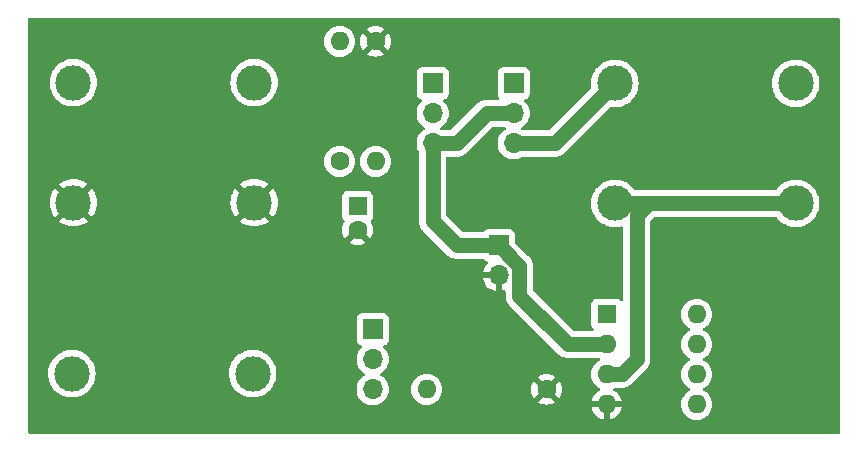
<source format=gbl>
%TF.GenerationSoftware,KiCad,Pcbnew,7.0.2-0*%
%TF.CreationDate,2023-07-09T16:01:25+01:00*%
%TF.ProjectId,jfet-matcher,6a666574-2d6d-4617-9463-6865722e6b69,rev?*%
%TF.SameCoordinates,Original*%
%TF.FileFunction,Copper,L2,Bot*%
%TF.FilePolarity,Positive*%
%FSLAX46Y46*%
G04 Gerber Fmt 4.6, Leading zero omitted, Abs format (unit mm)*
G04 Created by KiCad (PCBNEW 7.0.2-0) date 2023-07-09 16:01:25*
%MOMM*%
%LPD*%
G01*
G04 APERTURE LIST*
%TA.AperFunction,ComponentPad*%
%ADD10C,3.000000*%
%TD*%
%TA.AperFunction,ComponentPad*%
%ADD11C,1.600000*%
%TD*%
%TA.AperFunction,ComponentPad*%
%ADD12O,1.600000X1.600000*%
%TD*%
%TA.AperFunction,ComponentPad*%
%ADD13R,1.700000X1.700000*%
%TD*%
%TA.AperFunction,ComponentPad*%
%ADD14O,1.700000X1.700000*%
%TD*%
%TA.AperFunction,ComponentPad*%
%ADD15R,1.600000X1.600000*%
%TD*%
%TA.AperFunction,Conductor*%
%ADD16C,1.270000*%
%TD*%
G04 APERTURE END LIST*
D10*
%TO.P,J4,1*%
%TO.N,/VREF*%
X162246000Y-69342000D03*
X177546000Y-69342000D03*
%TD*%
%TO.P,J3,1*%
%TO.N,Net-(J6-Pin_3)*%
X162246000Y-59182000D03*
X177546000Y-59182000D03*
%TD*%
D11*
%TO.P,R3,1*%
%TO.N,GND*%
X156464000Y-85090000D03*
D12*
%TO.P,R3,2*%
%TO.N,Net-(J8-Pin_2)*%
X146304000Y-85090000D03*
%TD*%
D13*
%TO.P,J5,1,Pin_1*%
%TO.N,Net-(J5-Pin_1)*%
X152400000Y-72898000D03*
D14*
%TO.P,J5,2,Pin_2*%
%TO.N,GND*%
X152400000Y-75438000D03*
%TD*%
D13*
%TO.P,J8,1,Pin_1*%
%TO.N,VCC*%
X141732000Y-80010000D03*
D14*
%TO.P,J8,2,Pin_2*%
%TO.N,Net-(J8-Pin_2)*%
X141732000Y-82550000D03*
%TO.P,J8,3,Pin_3*%
X141732000Y-85090000D03*
%TD*%
D13*
%TO.P,J7,1,Pin_1*%
%TO.N,VCC*%
X146812000Y-59182000D03*
D14*
%TO.P,J7,2,Pin_2*%
%TO.N,Net-(J6-Pin_3)*%
X146812000Y-61722000D03*
%TO.P,J7,3,Pin_3*%
%TO.N,Net-(J5-Pin_1)*%
X146812000Y-64262000D03*
%TD*%
D10*
%TO.P,J1,1*%
%TO.N,VCC*%
X131698000Y-59131000D03*
X116398000Y-59131000D03*
%TD*%
D11*
%TO.P,R1,1*%
%TO.N,/VREF*%
X138938000Y-65786000D03*
D12*
%TO.P,R1,2*%
%TO.N,VCC*%
X138938000Y-55626000D03*
%TD*%
D10*
%TO.P,J9,1*%
%TO.N,Net-(J8-Pin_2)*%
X131572000Y-83769000D03*
X116272000Y-83769000D03*
%TD*%
D15*
%TO.P,C1,1*%
%TO.N,/VREF*%
X140462000Y-69596000D03*
D11*
%TO.P,C1,2*%
%TO.N,GND*%
X140462000Y-71596000D03*
%TD*%
D10*
%TO.P,J2,1*%
%TO.N,GND*%
X131698000Y-69291000D03*
X116398000Y-69291000D03*
%TD*%
D11*
%TO.P,R2,1*%
%TO.N,GND*%
X141986000Y-55626000D03*
D12*
%TO.P,R2,2*%
%TO.N,/VREF*%
X141986000Y-65786000D03*
%TD*%
D15*
%TO.P,U1,1,NULL*%
%TO.N,unconnected-(U1-NULL-Pad1)*%
X161544000Y-78740000D03*
D12*
%TO.P,U1,2,-*%
%TO.N,Net-(J5-Pin_1)*%
X161544000Y-81280000D03*
%TO.P,U1,3,+*%
%TO.N,/VREF*%
X161544000Y-83820000D03*
%TO.P,U1,4,V-*%
%TO.N,GND*%
X161544000Y-86360000D03*
%TO.P,U1,5,NULL*%
%TO.N,unconnected-(U1-NULL-Pad5)*%
X169164000Y-86360000D03*
%TO.P,U1,6*%
%TO.N,Net-(J6-Pin_3)*%
X169164000Y-83820000D03*
%TO.P,U1,7,V+*%
%TO.N,VCC*%
X169164000Y-81280000D03*
%TO.P,U1,8,NC*%
%TO.N,unconnected-(U1-NC-Pad8)*%
X169164000Y-78740000D03*
%TD*%
D13*
%TO.P,J6,1,Pin_1*%
%TO.N,VCC*%
X153670000Y-59182000D03*
D14*
%TO.P,J6,2,Pin_2*%
%TO.N,Net-(J5-Pin_1)*%
X153670000Y-61722000D03*
%TO.P,J6,3,Pin_3*%
%TO.N,Net-(J6-Pin_3)*%
X153670000Y-64262000D03*
%TD*%
D16*
%TO.N,/VREF*%
X165100000Y-69342000D02*
X177546000Y-69342000D01*
X164084000Y-70358000D02*
X165100000Y-69342000D01*
X162814000Y-83820000D02*
X164084000Y-82550000D01*
X164084000Y-82550000D02*
X164084000Y-70358000D01*
X161544000Y-83820000D02*
X162814000Y-83820000D01*
X162246000Y-69342000D02*
X165100000Y-69342000D01*
%TO.N,Net-(J6-Pin_3)*%
X153670000Y-64262000D02*
X157166000Y-64262000D01*
X157166000Y-64262000D02*
X162246000Y-59182000D01*
%TO.N,Net-(J5-Pin_1)*%
X158242000Y-81280000D02*
X161544000Y-81280000D01*
X146812000Y-64262000D02*
X146812000Y-70866000D01*
X148844000Y-64262000D02*
X151384000Y-61722000D01*
X146812000Y-64262000D02*
X148844000Y-64262000D01*
X152400000Y-72898000D02*
X154139000Y-74637000D01*
X148844000Y-72898000D02*
X152400000Y-72898000D01*
X151384000Y-61722000D02*
X153670000Y-61722000D01*
X146812000Y-70866000D02*
X148844000Y-72898000D01*
X154139000Y-77177000D02*
X158242000Y-81280000D01*
X154139000Y-74637000D02*
X154139000Y-77177000D01*
%TD*%
%TA.AperFunction,Conductor*%
%TO.N,GND*%
G36*
X181252539Y-53660185D02*
G01*
X181298294Y-53712989D01*
X181309500Y-53764500D01*
X181309500Y-88729500D01*
X181289815Y-88796539D01*
X181237011Y-88842294D01*
X181185500Y-88853500D01*
X112692500Y-88853500D01*
X112625461Y-88833815D01*
X112579706Y-88781011D01*
X112568500Y-88729500D01*
X112568500Y-83769000D01*
X114258807Y-83769000D01*
X114259096Y-83773225D01*
X114271862Y-83959866D01*
X114277558Y-84043130D01*
X114278419Y-84047277D01*
X114278421Y-84047286D01*
X114321114Y-84252732D01*
X114333462Y-84312153D01*
X114334880Y-84316144D01*
X114334883Y-84316153D01*
X114424056Y-84567061D01*
X114425477Y-84571058D01*
X114427424Y-84574816D01*
X114427426Y-84574820D01*
X114542235Y-84796391D01*
X114551889Y-84815023D01*
X114554335Y-84818488D01*
X114707898Y-85036039D01*
X114707902Y-85036044D01*
X114710343Y-85039502D01*
X114779493Y-85113543D01*
X114874385Y-85215148D01*
X114897889Y-85240314D01*
X115111031Y-85413718D01*
X115345800Y-85556484D01*
X115597823Y-85665953D01*
X115806825Y-85724512D01*
X115858324Y-85738942D01*
X115858326Y-85738942D01*
X115862404Y-85740085D01*
X116134615Y-85777500D01*
X116138852Y-85777500D01*
X116405148Y-85777500D01*
X116409385Y-85777500D01*
X116681596Y-85740085D01*
X116946177Y-85665953D01*
X117198200Y-85556484D01*
X117432969Y-85413718D01*
X117646111Y-85240314D01*
X117833657Y-85039502D01*
X117992111Y-84815023D01*
X118118523Y-84571058D01*
X118210538Y-84312153D01*
X118266442Y-84043130D01*
X118285193Y-83769000D01*
X129558807Y-83769000D01*
X129559096Y-83773225D01*
X129571862Y-83959866D01*
X129577558Y-84043130D01*
X129578419Y-84047277D01*
X129578421Y-84047286D01*
X129621114Y-84252732D01*
X129633462Y-84312153D01*
X129634880Y-84316144D01*
X129634883Y-84316153D01*
X129724056Y-84567061D01*
X129725477Y-84571058D01*
X129727424Y-84574816D01*
X129727426Y-84574820D01*
X129842235Y-84796391D01*
X129851889Y-84815023D01*
X129854335Y-84818488D01*
X130007898Y-85036039D01*
X130007902Y-85036044D01*
X130010343Y-85039502D01*
X130079493Y-85113543D01*
X130174385Y-85215148D01*
X130197889Y-85240314D01*
X130411031Y-85413718D01*
X130645800Y-85556484D01*
X130897823Y-85665953D01*
X131106825Y-85724512D01*
X131158324Y-85738942D01*
X131158326Y-85738942D01*
X131162404Y-85740085D01*
X131434615Y-85777500D01*
X131438852Y-85777500D01*
X131705148Y-85777500D01*
X131709385Y-85777500D01*
X131981596Y-85740085D01*
X132246177Y-85665953D01*
X132498200Y-85556484D01*
X132732969Y-85413718D01*
X132946111Y-85240314D01*
X133086495Y-85090000D01*
X140368843Y-85090000D01*
X140387435Y-85314363D01*
X140387435Y-85314366D01*
X140387436Y-85314368D01*
X140438420Y-85515700D01*
X140442705Y-85532618D01*
X140533138Y-85738788D01*
X140533140Y-85738791D01*
X140656278Y-85927268D01*
X140808760Y-86092906D01*
X140986424Y-86231189D01*
X141184426Y-86338342D01*
X141397365Y-86411444D01*
X141619431Y-86448500D01*
X141844569Y-86448500D01*
X142066635Y-86411444D01*
X142279574Y-86338342D01*
X142477576Y-86231189D01*
X142655240Y-86092906D01*
X142807722Y-85927268D01*
X142930860Y-85738791D01*
X143021296Y-85532616D01*
X143076564Y-85314368D01*
X143095156Y-85090000D01*
X143095156Y-85089999D01*
X144990501Y-85089999D01*
X145010456Y-85318084D01*
X145010457Y-85318087D01*
X145068934Y-85536326D01*
X145069717Y-85539246D01*
X145166474Y-85746744D01*
X145166476Y-85746746D01*
X145166477Y-85746749D01*
X145297802Y-85934300D01*
X145459700Y-86096198D01*
X145647251Y-86227523D01*
X145647254Y-86227524D01*
X145647255Y-86227525D01*
X145655113Y-86231189D01*
X145854757Y-86324284D01*
X146075913Y-86383543D01*
X146304000Y-86403498D01*
X146532087Y-86383543D01*
X146753243Y-86324284D01*
X146960749Y-86227523D01*
X147148300Y-86096198D01*
X147310198Y-85934300D01*
X147441523Y-85746749D01*
X147538284Y-85539243D01*
X147597543Y-85318087D01*
X147617498Y-85090000D01*
X147617498Y-85089999D01*
X155159033Y-85089999D01*
X155178858Y-85316602D01*
X155237733Y-85536326D01*
X155333866Y-85742484D01*
X155384972Y-85815471D01*
X155384973Y-85815472D01*
X156066045Y-85134399D01*
X156078835Y-85215148D01*
X156136359Y-85328045D01*
X156225955Y-85417641D01*
X156338852Y-85475165D01*
X156419599Y-85487953D01*
X155738526Y-86169025D01*
X155738526Y-86169026D01*
X155811515Y-86220133D01*
X156017673Y-86316266D01*
X156237397Y-86375141D01*
X156464000Y-86394966D01*
X156690602Y-86375141D01*
X156910326Y-86316266D01*
X157116480Y-86220134D01*
X157189472Y-86169025D01*
X156508401Y-85487953D01*
X156589148Y-85475165D01*
X156702045Y-85417641D01*
X156791641Y-85328045D01*
X156849165Y-85215148D01*
X156861953Y-85134400D01*
X157543025Y-85815472D01*
X157594134Y-85742480D01*
X157690266Y-85536326D01*
X157749141Y-85316602D01*
X157768966Y-85090000D01*
X157749141Y-84863397D01*
X157690266Y-84643673D01*
X157594133Y-84437515D01*
X157543025Y-84364526D01*
X156861953Y-85045598D01*
X156849165Y-84964852D01*
X156791641Y-84851955D01*
X156702045Y-84762359D01*
X156589148Y-84704835D01*
X156508400Y-84692046D01*
X157189472Y-84010974D01*
X157189471Y-84010972D01*
X157116484Y-83959866D01*
X156910326Y-83863733D01*
X156690602Y-83804858D01*
X156464000Y-83785033D01*
X156237397Y-83804858D01*
X156017672Y-83863733D01*
X155811516Y-83959865D01*
X155738527Y-84010973D01*
X155738526Y-84010973D01*
X156419600Y-84692046D01*
X156338852Y-84704835D01*
X156225955Y-84762359D01*
X156136359Y-84851955D01*
X156078835Y-84964852D01*
X156066046Y-85045598D01*
X155384973Y-84364527D01*
X155333865Y-84437516D01*
X155237733Y-84643672D01*
X155178858Y-84863397D01*
X155159033Y-85089999D01*
X147617498Y-85089999D01*
X147597543Y-84861913D01*
X147538284Y-84640757D01*
X147441523Y-84433251D01*
X147310198Y-84245700D01*
X147148300Y-84083802D01*
X146960749Y-83952477D01*
X146960746Y-83952476D01*
X146960744Y-83952474D01*
X146753246Y-83855717D01*
X146753243Y-83855716D01*
X146563440Y-83804858D01*
X146532084Y-83796456D01*
X146304000Y-83776501D01*
X146075915Y-83796456D01*
X145854753Y-83855717D01*
X145647255Y-83952474D01*
X145647250Y-83952477D01*
X145647251Y-83952477D01*
X145510711Y-84048084D01*
X145459696Y-84083805D01*
X145297805Y-84245696D01*
X145166474Y-84433255D01*
X145069717Y-84640753D01*
X145010456Y-84861915D01*
X144990501Y-85089999D01*
X143095156Y-85089999D01*
X143076564Y-84865632D01*
X143021296Y-84647384D01*
X142930860Y-84441209D01*
X142807722Y-84252732D01*
X142655240Y-84087094D01*
X142477576Y-83948811D01*
X142477575Y-83948810D01*
X142441067Y-83929053D01*
X142391477Y-83879833D01*
X142376370Y-83811616D01*
X142400541Y-83746061D01*
X142441066Y-83710946D01*
X142477576Y-83691189D01*
X142655240Y-83552906D01*
X142807722Y-83387268D01*
X142930860Y-83198791D01*
X143021296Y-82992616D01*
X143076564Y-82774368D01*
X143095156Y-82550000D01*
X143076564Y-82325632D01*
X143021296Y-82107384D01*
X142930860Y-81901209D01*
X142807722Y-81712732D01*
X142807721Y-81712731D01*
X142807718Y-81712726D01*
X142662510Y-81554990D01*
X142631587Y-81492336D01*
X142639447Y-81422910D01*
X142683594Y-81368754D01*
X142710396Y-81354829D01*
X142828204Y-81310889D01*
X142945261Y-81223261D01*
X143032889Y-81106204D01*
X143083989Y-80969201D01*
X143090500Y-80908638D01*
X143090500Y-79111362D01*
X143083989Y-79050799D01*
X143083988Y-79050797D01*
X143083988Y-79050794D01*
X143032889Y-78913796D01*
X142945261Y-78796738D01*
X142828203Y-78709110D01*
X142691205Y-78658011D01*
X142633924Y-78651853D01*
X142633918Y-78651852D01*
X142630638Y-78651500D01*
X140833362Y-78651500D01*
X140830082Y-78651852D01*
X140830075Y-78651853D01*
X140772794Y-78658011D01*
X140635796Y-78709110D01*
X140518738Y-78796738D01*
X140431110Y-78913796D01*
X140380011Y-79050794D01*
X140373853Y-79108075D01*
X140373500Y-79111362D01*
X140373500Y-80908638D01*
X140373852Y-80911918D01*
X140373853Y-80911924D01*
X140380011Y-80969205D01*
X140431110Y-81106203D01*
X140518738Y-81223261D01*
X140594533Y-81280000D01*
X140635796Y-81310889D01*
X140753596Y-81354826D01*
X140809527Y-81396697D01*
X140833944Y-81462161D01*
X140819092Y-81530434D01*
X140801490Y-81554990D01*
X140656279Y-81712730D01*
X140533138Y-81901211D01*
X140459148Y-82069895D01*
X140442704Y-82107384D01*
X140399698Y-82277209D01*
X140387435Y-82325636D01*
X140368843Y-82550000D01*
X140387435Y-82774363D01*
X140387435Y-82774366D01*
X140387436Y-82774368D01*
X140442704Y-82992616D01*
X140452023Y-83013862D01*
X140533138Y-83198788D01*
X140533140Y-83198791D01*
X140656278Y-83387268D01*
X140808760Y-83552906D01*
X140986424Y-83691189D01*
X140986426Y-83691190D01*
X141022931Y-83710946D01*
X141072521Y-83760165D01*
X141087629Y-83828382D01*
X141063458Y-83893937D01*
X141022931Y-83929054D01*
X140986426Y-83948809D01*
X140808760Y-84087094D01*
X140656279Y-84252730D01*
X140533138Y-84441211D01*
X140442705Y-84647381D01*
X140442704Y-84647384D01*
X140388378Y-84861913D01*
X140387435Y-84865636D01*
X140368843Y-85090000D01*
X133086495Y-85090000D01*
X133133657Y-85039502D01*
X133292111Y-84815023D01*
X133418523Y-84571058D01*
X133510538Y-84312153D01*
X133566442Y-84043130D01*
X133585193Y-83769000D01*
X133566442Y-83494870D01*
X133510538Y-83225847D01*
X133418523Y-82966942D01*
X133292111Y-82722977D01*
X133133657Y-82498498D01*
X132946111Y-82297686D01*
X132942829Y-82295016D01*
X132942826Y-82295013D01*
X132851515Y-82220726D01*
X132732969Y-82124282D01*
X132729345Y-82122078D01*
X132729342Y-82122076D01*
X132501818Y-81983716D01*
X132501816Y-81983715D01*
X132498200Y-81981516D01*
X132476707Y-81972180D01*
X132250058Y-81873732D01*
X132250048Y-81873728D01*
X132246177Y-81872047D01*
X132242105Y-81870906D01*
X131985675Y-81799057D01*
X131985662Y-81799054D01*
X131981596Y-81797915D01*
X131977406Y-81797339D01*
X131977396Y-81797337D01*
X131713582Y-81761076D01*
X131713569Y-81761075D01*
X131709385Y-81760500D01*
X131434615Y-81760500D01*
X131430431Y-81761075D01*
X131430417Y-81761076D01*
X131166603Y-81797337D01*
X131166590Y-81797339D01*
X131162404Y-81797915D01*
X131158340Y-81799053D01*
X131158324Y-81799057D01*
X130901894Y-81870906D01*
X130901889Y-81870907D01*
X130897823Y-81872047D01*
X130893956Y-81873726D01*
X130893941Y-81873732D01*
X130649683Y-81979829D01*
X130649678Y-81979831D01*
X130645800Y-81981516D01*
X130642189Y-81983711D01*
X130642181Y-81983716D01*
X130414657Y-82122076D01*
X130414646Y-82122083D01*
X130411031Y-82124282D01*
X130407741Y-82126958D01*
X130407739Y-82126960D01*
X130201173Y-82295013D01*
X130201162Y-82295022D01*
X130197889Y-82297686D01*
X130195010Y-82300768D01*
X130195001Y-82300777D01*
X130013231Y-82495405D01*
X130013226Y-82495410D01*
X130010343Y-82498498D01*
X130007907Y-82501948D01*
X130007898Y-82501960D01*
X129854335Y-82719511D01*
X129854331Y-82719516D01*
X129851889Y-82722977D01*
X129849943Y-82726731D01*
X129849939Y-82726739D01*
X129727426Y-82963179D01*
X129727421Y-82963188D01*
X129725477Y-82966942D01*
X129724060Y-82970927D01*
X129724056Y-82970938D01*
X129634883Y-83221846D01*
X129634879Y-83221858D01*
X129633462Y-83225847D01*
X129632599Y-83229997D01*
X129632598Y-83230003D01*
X129578421Y-83490713D01*
X129578419Y-83490724D01*
X129577558Y-83494870D01*
X129577269Y-83499094D01*
X129577268Y-83499102D01*
X129573588Y-83552905D01*
X129558807Y-83769000D01*
X118285193Y-83769000D01*
X118266442Y-83494870D01*
X118210538Y-83225847D01*
X118118523Y-82966942D01*
X117992111Y-82722977D01*
X117833657Y-82498498D01*
X117646111Y-82297686D01*
X117642829Y-82295016D01*
X117642826Y-82295013D01*
X117551515Y-82220726D01*
X117432969Y-82124282D01*
X117429345Y-82122078D01*
X117429342Y-82122076D01*
X117201818Y-81983716D01*
X117201816Y-81983715D01*
X117198200Y-81981516D01*
X117176707Y-81972180D01*
X116950058Y-81873732D01*
X116950048Y-81873728D01*
X116946177Y-81872047D01*
X116942105Y-81870906D01*
X116685675Y-81799057D01*
X116685662Y-81799054D01*
X116681596Y-81797915D01*
X116677406Y-81797339D01*
X116677396Y-81797337D01*
X116413582Y-81761076D01*
X116413569Y-81761075D01*
X116409385Y-81760500D01*
X116134615Y-81760500D01*
X116130431Y-81761075D01*
X116130417Y-81761076D01*
X115866603Y-81797337D01*
X115866590Y-81797339D01*
X115862404Y-81797915D01*
X115858340Y-81799053D01*
X115858324Y-81799057D01*
X115601894Y-81870906D01*
X115601889Y-81870907D01*
X115597823Y-81872047D01*
X115593956Y-81873726D01*
X115593941Y-81873732D01*
X115349683Y-81979829D01*
X115349678Y-81979831D01*
X115345800Y-81981516D01*
X115342189Y-81983711D01*
X115342181Y-81983716D01*
X115114657Y-82122076D01*
X115114646Y-82122083D01*
X115111031Y-82124282D01*
X115107741Y-82126958D01*
X115107739Y-82126960D01*
X114901173Y-82295013D01*
X114901162Y-82295022D01*
X114897889Y-82297686D01*
X114895010Y-82300768D01*
X114895001Y-82300777D01*
X114713231Y-82495405D01*
X114713226Y-82495410D01*
X114710343Y-82498498D01*
X114707907Y-82501948D01*
X114707898Y-82501960D01*
X114554335Y-82719511D01*
X114554331Y-82719516D01*
X114551889Y-82722977D01*
X114549943Y-82726731D01*
X114549939Y-82726739D01*
X114427426Y-82963179D01*
X114427421Y-82963188D01*
X114425477Y-82966942D01*
X114424060Y-82970927D01*
X114424056Y-82970938D01*
X114334883Y-83221846D01*
X114334879Y-83221858D01*
X114333462Y-83225847D01*
X114332599Y-83229997D01*
X114332598Y-83230003D01*
X114278421Y-83490713D01*
X114278419Y-83490724D01*
X114277558Y-83494870D01*
X114277269Y-83499094D01*
X114277268Y-83499102D01*
X114273588Y-83552905D01*
X114258807Y-83769000D01*
X112568500Y-83769000D01*
X112568500Y-69291000D01*
X114392890Y-69291000D01*
X114413300Y-69576357D01*
X114474111Y-69855902D01*
X114574088Y-70123952D01*
X114711193Y-70375042D01*
X114817883Y-70517562D01*
X115536348Y-69799096D01*
X115603146Y-69906263D01*
X115743268Y-70053671D01*
X115888085Y-70154467D01*
X115171436Y-70871115D01*
X115313958Y-70977806D01*
X115565047Y-71114911D01*
X115833097Y-71214888D01*
X116112642Y-71275699D01*
X116397999Y-71296109D01*
X116683357Y-71275699D01*
X116962902Y-71214888D01*
X117230952Y-71114911D01*
X117482041Y-70977806D01*
X117624562Y-70871115D01*
X116906125Y-70152678D01*
X116972214Y-70115996D01*
X117126531Y-69983520D01*
X117251021Y-69822692D01*
X117261625Y-69801072D01*
X117978115Y-70517562D01*
X118084806Y-70375041D01*
X118221911Y-70123952D01*
X118321888Y-69855902D01*
X118382699Y-69576357D01*
X118403109Y-69291000D01*
X129692890Y-69291000D01*
X129713300Y-69576357D01*
X129774111Y-69855902D01*
X129874088Y-70123952D01*
X130011193Y-70375042D01*
X130117883Y-70517562D01*
X130836348Y-69799096D01*
X130903146Y-69906263D01*
X131043268Y-70053671D01*
X131188085Y-70154467D01*
X130471436Y-70871115D01*
X130613958Y-70977806D01*
X130865047Y-71114911D01*
X131133097Y-71214888D01*
X131412642Y-71275699D01*
X131698000Y-71296109D01*
X131983357Y-71275699D01*
X132262902Y-71214888D01*
X132530952Y-71114911D01*
X132782041Y-70977806D01*
X132924562Y-70871115D01*
X132206125Y-70152678D01*
X132272214Y-70115996D01*
X132426531Y-69983520D01*
X132551021Y-69822692D01*
X132561625Y-69801072D01*
X133278115Y-70517562D01*
X133332706Y-70444638D01*
X139153500Y-70444638D01*
X139153852Y-70447918D01*
X139153853Y-70447924D01*
X139160011Y-70505205D01*
X139211110Y-70642203D01*
X139298737Y-70759260D01*
X139308953Y-70766907D01*
X139350825Y-70822840D01*
X139355811Y-70892532D01*
X139336224Y-70937291D01*
X139331868Y-70943512D01*
X139235733Y-71149673D01*
X139176858Y-71369397D01*
X139157033Y-71596000D01*
X139176858Y-71822602D01*
X139235733Y-72042326D01*
X139331866Y-72248484D01*
X139382972Y-72321471D01*
X139382973Y-72321472D01*
X140064045Y-71640399D01*
X140076835Y-71721148D01*
X140134359Y-71834045D01*
X140223955Y-71923641D01*
X140336852Y-71981165D01*
X140417599Y-71993953D01*
X139736526Y-72675025D01*
X139736526Y-72675026D01*
X139809515Y-72726133D01*
X140015673Y-72822266D01*
X140235397Y-72881141D01*
X140461999Y-72900966D01*
X140688602Y-72881141D01*
X140908326Y-72822266D01*
X141114480Y-72726134D01*
X141187472Y-72675025D01*
X140506401Y-71993953D01*
X140587148Y-71981165D01*
X140700045Y-71923641D01*
X140789641Y-71834045D01*
X140847165Y-71721148D01*
X140859953Y-71640400D01*
X141541025Y-72321472D01*
X141592134Y-72248480D01*
X141688266Y-72042326D01*
X141747141Y-71822602D01*
X141766966Y-71596000D01*
X141747141Y-71369397D01*
X141688266Y-71149673D01*
X141592133Y-70943517D01*
X141587778Y-70937296D01*
X141565452Y-70871089D01*
X141582465Y-70803322D01*
X141615044Y-70766909D01*
X141625261Y-70759261D01*
X141712889Y-70642204D01*
X141734924Y-70583124D01*
X141763988Y-70505205D01*
X141763988Y-70505203D01*
X141763989Y-70505201D01*
X141770500Y-70444638D01*
X141770500Y-68747362D01*
X141763989Y-68686799D01*
X141763988Y-68686797D01*
X141763988Y-68686794D01*
X141712889Y-68549796D01*
X141625261Y-68432738D01*
X141508203Y-68345110D01*
X141371205Y-68294011D01*
X141313924Y-68287853D01*
X141313918Y-68287852D01*
X141310638Y-68287500D01*
X139613362Y-68287500D01*
X139610082Y-68287852D01*
X139610075Y-68287853D01*
X139552794Y-68294011D01*
X139415796Y-68345110D01*
X139298738Y-68432738D01*
X139211110Y-68549796D01*
X139160011Y-68686794D01*
X139155786Y-68726097D01*
X139153500Y-68747362D01*
X139153500Y-70444638D01*
X133332706Y-70444638D01*
X133384806Y-70375041D01*
X133521911Y-70123952D01*
X133621888Y-69855902D01*
X133682699Y-69576357D01*
X133703109Y-69290999D01*
X133682699Y-69005642D01*
X133621888Y-68726097D01*
X133521911Y-68458047D01*
X133384806Y-68206958D01*
X133278115Y-68064436D01*
X132559650Y-68782901D01*
X132492854Y-68675737D01*
X132352732Y-68528329D01*
X132207913Y-68427531D01*
X132924562Y-67710883D01*
X132782042Y-67604193D01*
X132530952Y-67467088D01*
X132262902Y-67367111D01*
X131983357Y-67306300D01*
X131698000Y-67285890D01*
X131412642Y-67306300D01*
X131133097Y-67367111D01*
X130865047Y-67467088D01*
X130613954Y-67604195D01*
X130471437Y-67710882D01*
X130471436Y-67710883D01*
X131189874Y-68429321D01*
X131123786Y-68466004D01*
X130969469Y-68598480D01*
X130844979Y-68759308D01*
X130834374Y-68780927D01*
X130117883Y-68064436D01*
X130117882Y-68064437D01*
X130011195Y-68206954D01*
X129874088Y-68458047D01*
X129774111Y-68726097D01*
X129713300Y-69005642D01*
X129692890Y-69291000D01*
X118403109Y-69291000D01*
X118403109Y-69290999D01*
X118382699Y-69005642D01*
X118321888Y-68726097D01*
X118221911Y-68458047D01*
X118084806Y-68206958D01*
X117978115Y-68064436D01*
X117259650Y-68782901D01*
X117192854Y-68675737D01*
X117052732Y-68528329D01*
X116907913Y-68427532D01*
X117624562Y-67710883D01*
X117482042Y-67604193D01*
X117230952Y-67467088D01*
X116962902Y-67367111D01*
X116683357Y-67306300D01*
X116398000Y-67285890D01*
X116112642Y-67306300D01*
X115833097Y-67367111D01*
X115565047Y-67467088D01*
X115313954Y-67604195D01*
X115171437Y-67710882D01*
X115171436Y-67710883D01*
X115889874Y-68429321D01*
X115823786Y-68466004D01*
X115669469Y-68598480D01*
X115544979Y-68759308D01*
X115534374Y-68780927D01*
X114817883Y-68064436D01*
X114817882Y-68064437D01*
X114711195Y-68206954D01*
X114574088Y-68458047D01*
X114474111Y-68726097D01*
X114413300Y-69005642D01*
X114392890Y-69291000D01*
X112568500Y-69291000D01*
X112568500Y-65785999D01*
X137624501Y-65785999D01*
X137644456Y-66014084D01*
X137703717Y-66235246D01*
X137800474Y-66442744D01*
X137800476Y-66442746D01*
X137800477Y-66442749D01*
X137931802Y-66630300D01*
X138093700Y-66792198D01*
X138281251Y-66923523D01*
X138488757Y-67020284D01*
X138709913Y-67079543D01*
X138938000Y-67099498D01*
X139166087Y-67079543D01*
X139387243Y-67020284D01*
X139594749Y-66923523D01*
X139782300Y-66792198D01*
X139944198Y-66630300D01*
X140075523Y-66442749D01*
X140172284Y-66235243D01*
X140231543Y-66014087D01*
X140251498Y-65786000D01*
X140672501Y-65786000D01*
X140692456Y-66014084D01*
X140751717Y-66235246D01*
X140848474Y-66442744D01*
X140848476Y-66442746D01*
X140848477Y-66442749D01*
X140979802Y-66630300D01*
X141141700Y-66792198D01*
X141329251Y-66923523D01*
X141536757Y-67020284D01*
X141757913Y-67079543D01*
X141986000Y-67099498D01*
X142214087Y-67079543D01*
X142435243Y-67020284D01*
X142642749Y-66923523D01*
X142830300Y-66792198D01*
X142992198Y-66630300D01*
X143123523Y-66442749D01*
X143220284Y-66235243D01*
X143279543Y-66014087D01*
X143299498Y-65786000D01*
X143279543Y-65557913D01*
X143220284Y-65336757D01*
X143123523Y-65129251D01*
X142992198Y-64941700D01*
X142830300Y-64779802D01*
X142642749Y-64648477D01*
X142642746Y-64648476D01*
X142642744Y-64648474D01*
X142435246Y-64551717D01*
X142435243Y-64551716D01*
X142324664Y-64522086D01*
X142214084Y-64492456D01*
X141986000Y-64472501D01*
X141757915Y-64492456D01*
X141536753Y-64551717D01*
X141329255Y-64648474D01*
X141141696Y-64779805D01*
X140979805Y-64941696D01*
X140848474Y-65129255D01*
X140751717Y-65336753D01*
X140692456Y-65557915D01*
X140672501Y-65786000D01*
X140251498Y-65786000D01*
X140231543Y-65557913D01*
X140172284Y-65336757D01*
X140075523Y-65129251D01*
X139944198Y-64941700D01*
X139782300Y-64779802D01*
X139594749Y-64648477D01*
X139594746Y-64648476D01*
X139594744Y-64648474D01*
X139387246Y-64551717D01*
X139387243Y-64551716D01*
X139276665Y-64522086D01*
X139166084Y-64492456D01*
X138938000Y-64472501D01*
X138709915Y-64492456D01*
X138488753Y-64551717D01*
X138281255Y-64648474D01*
X138093696Y-64779805D01*
X137931805Y-64941696D01*
X137800474Y-65129255D01*
X137703717Y-65336753D01*
X137644456Y-65557915D01*
X137624501Y-65785999D01*
X112568500Y-65785999D01*
X112568500Y-64262000D01*
X145448843Y-64262000D01*
X145467435Y-64486363D01*
X145467435Y-64486366D01*
X145467436Y-64486368D01*
X145522704Y-64704616D01*
X145613140Y-64910791D01*
X145633334Y-64941700D01*
X145648308Y-64964619D01*
X145668496Y-65031508D01*
X145668500Y-65032441D01*
X145668500Y-70836717D01*
X145668368Y-70842443D01*
X145664827Y-70919039D01*
X145675418Y-70994974D01*
X145676078Y-71000660D01*
X145683154Y-71077018D01*
X145688073Y-71094305D01*
X145691616Y-71111100D01*
X145694103Y-71128925D01*
X145718479Y-71201653D01*
X145720173Y-71207125D01*
X145741148Y-71280846D01*
X145741150Y-71280850D01*
X145749013Y-71296642D01*
X145749163Y-71296942D01*
X145755733Y-71312803D01*
X145761450Y-71329861D01*
X145798769Y-71396861D01*
X145801439Y-71401927D01*
X145835611Y-71470555D01*
X145846451Y-71484909D01*
X145855824Y-71499293D01*
X145864574Y-71515003D01*
X145913561Y-71573996D01*
X145917116Y-71578484D01*
X145963323Y-71639671D01*
X146020011Y-71691349D01*
X146024130Y-71695283D01*
X148014714Y-73685867D01*
X148018670Y-73690010D01*
X148070327Y-73746676D01*
X148104912Y-73772793D01*
X148131523Y-73792889D01*
X148135993Y-73796429D01*
X148194998Y-73845426D01*
X148195002Y-73845429D01*
X148210709Y-73854178D01*
X148225097Y-73863553D01*
X148239445Y-73874389D01*
X148280621Y-73894891D01*
X148308088Y-73908568D01*
X148313137Y-73911228D01*
X148380138Y-73948549D01*
X148397193Y-73954265D01*
X148413054Y-73960835D01*
X148429150Y-73968850D01*
X148502879Y-73989827D01*
X148508352Y-73991521D01*
X148581073Y-74015896D01*
X148592432Y-74017480D01*
X148598887Y-74018381D01*
X148615689Y-74021924D01*
X148632982Y-74026845D01*
X148709341Y-74033920D01*
X148714997Y-74034576D01*
X148790963Y-74045173D01*
X148867555Y-74041632D01*
X148873282Y-74041500D01*
X151072446Y-74041500D01*
X151139485Y-74061185D01*
X151171713Y-74091189D01*
X151186739Y-74111262D01*
X151292170Y-74190186D01*
X151303796Y-74198889D01*
X151433382Y-74247222D01*
X151489313Y-74289093D01*
X151513730Y-74354557D01*
X151498878Y-74422830D01*
X151477728Y-74451084D01*
X151361888Y-74566924D01*
X151226400Y-74760421D01*
X151126569Y-74974507D01*
X151069364Y-75187999D01*
X151069364Y-75188000D01*
X151966314Y-75188000D01*
X151940507Y-75228156D01*
X151900000Y-75366111D01*
X151900000Y-75509889D01*
X151940507Y-75647844D01*
X151966314Y-75688000D01*
X151069364Y-75688000D01*
X151126569Y-75901492D01*
X151226399Y-76115576D01*
X151361893Y-76309081D01*
X151528918Y-76476106D01*
X151722423Y-76611600D01*
X151936509Y-76711430D01*
X152150000Y-76768634D01*
X152150000Y-75873501D01*
X152257685Y-75922680D01*
X152364237Y-75938000D01*
X152435763Y-75938000D01*
X152542315Y-75922680D01*
X152650000Y-75873501D01*
X152650000Y-76768633D01*
X152839407Y-76717883D01*
X152909256Y-76719546D01*
X152967119Y-76758708D01*
X152994623Y-76822937D01*
X152995500Y-76837658D01*
X152995500Y-77147717D01*
X152995368Y-77153443D01*
X152991827Y-77230039D01*
X153002418Y-77305974D01*
X153003078Y-77311660D01*
X153010154Y-77388018D01*
X153015073Y-77405305D01*
X153018616Y-77422100D01*
X153021103Y-77439925D01*
X153045479Y-77512653D01*
X153047173Y-77518125D01*
X153068148Y-77591846D01*
X153076163Y-77607942D01*
X153082733Y-77623803D01*
X153088450Y-77640861D01*
X153125769Y-77707861D01*
X153128439Y-77712927D01*
X153162611Y-77781555D01*
X153173451Y-77795909D01*
X153182824Y-77810293D01*
X153191574Y-77826003D01*
X153240561Y-77884996D01*
X153244116Y-77889484D01*
X153290323Y-77950671D01*
X153347011Y-78002349D01*
X153351130Y-78006283D01*
X157412714Y-82067867D01*
X157416670Y-82072010D01*
X157468327Y-82128676D01*
X157502912Y-82154793D01*
X157529523Y-82174889D01*
X157533993Y-82178429D01*
X157592998Y-82227426D01*
X157608707Y-82236176D01*
X157623092Y-82245549D01*
X157637447Y-82256390D01*
X157652841Y-82264055D01*
X157706115Y-82290582D01*
X157711115Y-82293216D01*
X157778138Y-82330548D01*
X157785502Y-82333016D01*
X157795186Y-82336262D01*
X157811053Y-82342834D01*
X157827150Y-82350850D01*
X157900921Y-82371839D01*
X157906379Y-82373530D01*
X157979068Y-82397894D01*
X157979071Y-82397894D01*
X157979073Y-82397895D01*
X157996888Y-82400379D01*
X158013679Y-82403921D01*
X158030982Y-82408845D01*
X158107363Y-82415922D01*
X158112976Y-82416572D01*
X158188963Y-82427173D01*
X158265555Y-82423632D01*
X158271282Y-82423500D01*
X160872580Y-82423500D01*
X160924977Y-82435114D01*
X160930339Y-82437615D01*
X160982780Y-82483783D01*
X161001936Y-82550975D01*
X160981725Y-82617857D01*
X160930347Y-82662380D01*
X160887254Y-82682475D01*
X160887251Y-82682476D01*
X160887251Y-82682477D01*
X160726374Y-82795125D01*
X160699696Y-82813805D01*
X160537805Y-82975696D01*
X160537802Y-82975699D01*
X160537802Y-82975700D01*
X160525957Y-82992616D01*
X160406474Y-83163255D01*
X160309717Y-83370753D01*
X160250456Y-83591915D01*
X160230501Y-83820000D01*
X160250456Y-84048084D01*
X160309717Y-84269246D01*
X160406474Y-84476744D01*
X160406476Y-84476746D01*
X160406477Y-84476749D01*
X160537802Y-84664300D01*
X160699700Y-84826198D01*
X160887251Y-84957523D01*
X160940401Y-84982307D01*
X160992839Y-85028477D01*
X161011992Y-85095670D01*
X160991777Y-85162552D01*
X160940403Y-85207069D01*
X160891520Y-85229864D01*
X160705180Y-85360341D01*
X160544341Y-85521180D01*
X160413865Y-85707519D01*
X160317733Y-85913673D01*
X160265128Y-86109999D01*
X160265128Y-86110000D01*
X161228314Y-86110000D01*
X161216359Y-86121955D01*
X161158835Y-86234852D01*
X161139014Y-86360000D01*
X161158835Y-86485148D01*
X161216359Y-86598045D01*
X161228314Y-86610000D01*
X160265128Y-86610000D01*
X160317733Y-86806326D01*
X160413865Y-87012480D01*
X160544341Y-87198819D01*
X160705180Y-87359658D01*
X160891519Y-87490134D01*
X161097673Y-87586266D01*
X161293999Y-87638871D01*
X161294000Y-87638871D01*
X161294000Y-86675686D01*
X161305955Y-86687641D01*
X161418852Y-86745165D01*
X161512519Y-86760000D01*
X161575481Y-86760000D01*
X161669148Y-86745165D01*
X161782045Y-86687641D01*
X161794000Y-86675685D01*
X161794000Y-87638871D01*
X161990326Y-87586266D01*
X162196480Y-87490134D01*
X162382819Y-87359658D01*
X162543658Y-87198819D01*
X162674134Y-87012480D01*
X162770266Y-86806326D01*
X162822872Y-86610000D01*
X161859686Y-86610000D01*
X161871641Y-86598045D01*
X161929165Y-86485148D01*
X161948986Y-86360000D01*
X167850501Y-86360000D01*
X167870456Y-86588084D01*
X167897133Y-86687641D01*
X167928934Y-86806326D01*
X167929717Y-86809246D01*
X168026474Y-87016744D01*
X168026476Y-87016746D01*
X168026477Y-87016749D01*
X168157802Y-87204300D01*
X168319700Y-87366198D01*
X168507251Y-87497523D01*
X168714757Y-87594284D01*
X168935913Y-87653543D01*
X169164000Y-87673498D01*
X169392087Y-87653543D01*
X169613243Y-87594284D01*
X169820749Y-87497523D01*
X170008300Y-87366198D01*
X170170198Y-87204300D01*
X170301523Y-87016749D01*
X170398284Y-86809243D01*
X170457543Y-86588087D01*
X170477498Y-86360000D01*
X170457543Y-86131913D01*
X170398284Y-85910757D01*
X170318166Y-85738942D01*
X170301525Y-85703255D01*
X170301524Y-85703254D01*
X170301523Y-85703251D01*
X170170198Y-85515700D01*
X170008300Y-85353802D01*
X169820749Y-85222477D01*
X169787708Y-85207070D01*
X169777655Y-85202382D01*
X169725215Y-85156210D01*
X169706063Y-85089017D01*
X169726278Y-85022136D01*
X169777655Y-84977618D01*
X169780882Y-84976112D01*
X169820749Y-84957523D01*
X170008300Y-84826198D01*
X170170198Y-84664300D01*
X170301523Y-84476749D01*
X170398284Y-84269243D01*
X170457543Y-84048087D01*
X170477498Y-83820000D01*
X170457543Y-83591913D01*
X170398284Y-83370757D01*
X170347800Y-83262494D01*
X170301525Y-83163255D01*
X170301524Y-83163254D01*
X170301523Y-83163251D01*
X170170198Y-82975700D01*
X170008300Y-82813802D01*
X169820749Y-82682477D01*
X169819316Y-82681809D01*
X169777655Y-82662382D01*
X169725215Y-82616210D01*
X169706063Y-82549017D01*
X169726278Y-82482136D01*
X169777655Y-82437618D01*
X169780882Y-82436112D01*
X169820749Y-82417523D01*
X170008300Y-82286198D01*
X170170198Y-82124300D01*
X170301523Y-81936749D01*
X170398284Y-81729243D01*
X170457543Y-81508087D01*
X170477498Y-81280000D01*
X170457543Y-81051913D01*
X170398284Y-80830757D01*
X170301523Y-80623251D01*
X170170198Y-80435700D01*
X170008300Y-80273802D01*
X169820749Y-80142477D01*
X169777655Y-80122382D01*
X169725215Y-80076210D01*
X169706063Y-80009017D01*
X169726278Y-79942136D01*
X169777655Y-79897618D01*
X169794118Y-79889941D01*
X169820749Y-79877523D01*
X170008300Y-79746198D01*
X170170198Y-79584300D01*
X170301523Y-79396749D01*
X170398284Y-79189243D01*
X170457543Y-78968087D01*
X170477498Y-78740000D01*
X170474795Y-78709110D01*
X170457543Y-78511915D01*
X170457543Y-78511913D01*
X170398284Y-78290757D01*
X170301523Y-78083251D01*
X170170198Y-77895700D01*
X170008300Y-77733802D01*
X169820749Y-77602477D01*
X169820746Y-77602476D01*
X169820744Y-77602474D01*
X169613246Y-77505717D01*
X169613243Y-77505716D01*
X169502665Y-77476086D01*
X169392084Y-77446456D01*
X169164000Y-77426501D01*
X168935915Y-77446456D01*
X168714753Y-77505717D01*
X168507255Y-77602474D01*
X168452433Y-77640861D01*
X168356748Y-77707861D01*
X168319696Y-77733805D01*
X168157805Y-77895696D01*
X168026474Y-78083255D01*
X167929717Y-78290753D01*
X167870456Y-78511915D01*
X167850501Y-78739999D01*
X167870456Y-78968084D01*
X167929717Y-79189246D01*
X168026474Y-79396744D01*
X168026476Y-79396746D01*
X168026477Y-79396749D01*
X168157802Y-79584300D01*
X168319700Y-79746198D01*
X168507251Y-79877523D01*
X168533882Y-79889941D01*
X168550345Y-79897618D01*
X168602784Y-79943791D01*
X168621936Y-80010984D01*
X168601720Y-80077865D01*
X168550344Y-80122382D01*
X168507251Y-80142477D01*
X168504562Y-80144360D01*
X168319696Y-80273805D01*
X168157805Y-80435696D01*
X168026474Y-80623255D01*
X167929717Y-80830753D01*
X167870456Y-81051915D01*
X167850501Y-81280000D01*
X167870456Y-81508084D01*
X167929717Y-81729246D01*
X168026474Y-81936744D01*
X168026476Y-81936746D01*
X168026477Y-81936749D01*
X168157802Y-82124300D01*
X168319700Y-82286198D01*
X168507251Y-82417523D01*
X168547334Y-82436214D01*
X168550345Y-82437618D01*
X168602784Y-82483791D01*
X168621936Y-82550984D01*
X168601720Y-82617865D01*
X168550345Y-82662382D01*
X168507255Y-82682475D01*
X168507251Y-82682477D01*
X168320950Y-82812927D01*
X168319696Y-82813805D01*
X168157805Y-82975696D01*
X168157802Y-82975699D01*
X168157802Y-82975700D01*
X168145957Y-82992616D01*
X168026474Y-83163255D01*
X167929717Y-83370753D01*
X167870456Y-83591915D01*
X167850501Y-83820000D01*
X167870456Y-84048084D01*
X167929717Y-84269246D01*
X168026474Y-84476744D01*
X168026476Y-84476746D01*
X168026477Y-84476749D01*
X168157802Y-84664300D01*
X168319700Y-84826198D01*
X168507251Y-84957523D01*
X168547334Y-84976214D01*
X168550345Y-84977618D01*
X168602784Y-85023791D01*
X168621936Y-85090984D01*
X168601720Y-85157865D01*
X168550345Y-85202382D01*
X168522968Y-85215148D01*
X168507251Y-85222477D01*
X168356485Y-85328045D01*
X168319696Y-85353805D01*
X168157805Y-85515696D01*
X168157802Y-85515699D01*
X168157802Y-85515700D01*
X168141317Y-85539243D01*
X168026474Y-85703255D01*
X167929717Y-85910753D01*
X167870456Y-86131915D01*
X167850501Y-86360000D01*
X161948986Y-86360000D01*
X161929165Y-86234852D01*
X161871641Y-86121955D01*
X161859686Y-86110000D01*
X162822872Y-86110000D01*
X162822871Y-86109999D01*
X162770266Y-85913673D01*
X162674134Y-85707519D01*
X162543658Y-85521180D01*
X162382819Y-85360341D01*
X162196482Y-85229866D01*
X162147597Y-85207070D01*
X162095158Y-85160897D01*
X162076007Y-85093703D01*
X162096223Y-85026822D01*
X162147601Y-84982305D01*
X162163022Y-84975114D01*
X162215420Y-84963500D01*
X162784718Y-84963500D01*
X162790444Y-84963632D01*
X162867037Y-84967173D01*
X162943006Y-84956576D01*
X162948652Y-84955921D01*
X163025018Y-84948845D01*
X163042303Y-84943926D01*
X163059113Y-84940381D01*
X163076922Y-84937897D01*
X163076923Y-84937896D01*
X163076927Y-84937896D01*
X163149695Y-84913505D01*
X163155090Y-84911835D01*
X163228850Y-84890850D01*
X163244956Y-84882829D01*
X163260795Y-84876268D01*
X163277862Y-84870549D01*
X163344889Y-84833213D01*
X163349886Y-84830580D01*
X163418554Y-84796389D01*
X163432916Y-84785542D01*
X163447281Y-84776181D01*
X163463002Y-84767426D01*
X163522007Y-84718428D01*
X163526430Y-84714923D01*
X163587671Y-84668677D01*
X163639339Y-84611998D01*
X163643273Y-84607878D01*
X164871878Y-83379273D01*
X164876000Y-83375338D01*
X164881030Y-83370753D01*
X164932677Y-83323671D01*
X164978923Y-83262430D01*
X164982433Y-83258001D01*
X165031426Y-83199002D01*
X165040175Y-83183292D01*
X165049544Y-83168914D01*
X165060389Y-83154554D01*
X165094608Y-83085831D01*
X165097224Y-83080870D01*
X165134548Y-83013862D01*
X165140263Y-82996808D01*
X165146826Y-82980962D01*
X165154850Y-82964850D01*
X165175836Y-82891086D01*
X165177529Y-82885624D01*
X165201894Y-82812931D01*
X165201895Y-82812927D01*
X165204379Y-82795112D01*
X165207924Y-82778312D01*
X165212845Y-82761017D01*
X165216021Y-82726739D01*
X165219921Y-82684645D01*
X165220574Y-82679012D01*
X165231173Y-82603037D01*
X165227632Y-82526443D01*
X165227500Y-82520717D01*
X165227500Y-70883014D01*
X165247185Y-70815975D01*
X165263819Y-70795333D01*
X165537334Y-70521819D01*
X165598657Y-70488334D01*
X165625015Y-70485500D01*
X175830444Y-70485500D01*
X175897483Y-70505185D01*
X175931747Y-70537990D01*
X175984343Y-70612502D01*
X175987223Y-70615586D01*
X175987229Y-70615593D01*
X176155096Y-70795333D01*
X176171889Y-70813314D01*
X176385031Y-70986718D01*
X176619800Y-71129484D01*
X176871823Y-71238953D01*
X177021356Y-71280850D01*
X177132324Y-71311942D01*
X177132326Y-71311942D01*
X177136404Y-71313085D01*
X177408615Y-71350500D01*
X177412852Y-71350500D01*
X177679148Y-71350500D01*
X177683385Y-71350500D01*
X177955596Y-71313085D01*
X178220177Y-71238953D01*
X178472200Y-71129484D01*
X178706969Y-70986718D01*
X178920111Y-70813314D01*
X179107657Y-70612502D01*
X179266111Y-70388023D01*
X179392523Y-70144058D01*
X179484538Y-69885153D01*
X179540442Y-69616130D01*
X179559193Y-69342000D01*
X179540442Y-69067870D01*
X179484538Y-68798847D01*
X179392523Y-68539942D01*
X179266111Y-68295977D01*
X179107657Y-68071498D01*
X178920111Y-67870686D01*
X178916829Y-67868016D01*
X178916826Y-67868013D01*
X178825515Y-67793726D01*
X178706969Y-67697282D01*
X178703345Y-67695078D01*
X178703342Y-67695076D01*
X178475818Y-67556716D01*
X178475816Y-67556715D01*
X178472200Y-67554516D01*
X178450707Y-67545180D01*
X178224058Y-67446732D01*
X178224048Y-67446728D01*
X178220177Y-67445047D01*
X178216105Y-67443906D01*
X177959675Y-67372057D01*
X177959662Y-67372054D01*
X177955596Y-67370915D01*
X177951406Y-67370339D01*
X177951396Y-67370337D01*
X177687582Y-67334076D01*
X177687569Y-67334075D01*
X177683385Y-67333500D01*
X177408615Y-67333500D01*
X177404431Y-67334075D01*
X177404417Y-67334076D01*
X177140603Y-67370337D01*
X177140590Y-67370339D01*
X177136404Y-67370915D01*
X177132340Y-67372053D01*
X177132324Y-67372057D01*
X176875894Y-67443906D01*
X176875889Y-67443907D01*
X176871823Y-67445047D01*
X176867956Y-67446726D01*
X176867941Y-67446732D01*
X176623683Y-67552829D01*
X176623678Y-67552831D01*
X176619800Y-67554516D01*
X176616189Y-67556711D01*
X176616181Y-67556716D01*
X176388657Y-67695076D01*
X176388646Y-67695083D01*
X176385031Y-67697282D01*
X176381741Y-67699958D01*
X176381739Y-67699960D01*
X176175173Y-67868013D01*
X176175162Y-67868022D01*
X176171889Y-67870686D01*
X176169010Y-67873768D01*
X176169001Y-67873777D01*
X175987229Y-68068406D01*
X175987217Y-68068420D01*
X175984343Y-68071498D01*
X175981906Y-68074949D01*
X175981903Y-68074954D01*
X175931749Y-68146008D01*
X175877007Y-68189426D01*
X175830444Y-68198500D01*
X165129282Y-68198500D01*
X165123556Y-68198368D01*
X165118851Y-68198150D01*
X165046963Y-68194827D01*
X165046962Y-68194827D01*
X165046960Y-68194827D01*
X165029155Y-68197311D01*
X165012025Y-68198500D01*
X163961556Y-68198500D01*
X163894517Y-68178815D01*
X163860251Y-68146008D01*
X163807657Y-68071498D01*
X163804774Y-68068412D01*
X163804770Y-68068406D01*
X163622998Y-67873777D01*
X163622996Y-67873775D01*
X163620111Y-67870686D01*
X163616829Y-67868016D01*
X163616826Y-67868013D01*
X163525515Y-67793726D01*
X163406969Y-67697282D01*
X163403345Y-67695078D01*
X163403342Y-67695076D01*
X163175818Y-67556716D01*
X163175816Y-67556715D01*
X163172200Y-67554516D01*
X163150707Y-67545180D01*
X162924058Y-67446732D01*
X162924048Y-67446728D01*
X162920177Y-67445047D01*
X162916105Y-67443906D01*
X162659675Y-67372057D01*
X162659662Y-67372054D01*
X162655596Y-67370915D01*
X162651406Y-67370339D01*
X162651396Y-67370337D01*
X162387582Y-67334076D01*
X162387569Y-67334075D01*
X162383385Y-67333500D01*
X162108615Y-67333500D01*
X162104431Y-67334075D01*
X162104417Y-67334076D01*
X161840603Y-67370337D01*
X161840590Y-67370339D01*
X161836404Y-67370915D01*
X161832340Y-67372053D01*
X161832324Y-67372057D01*
X161575894Y-67443906D01*
X161575889Y-67443907D01*
X161571823Y-67445047D01*
X161567956Y-67446726D01*
X161567941Y-67446732D01*
X161323683Y-67552829D01*
X161323678Y-67552831D01*
X161319800Y-67554516D01*
X161316189Y-67556711D01*
X161316181Y-67556716D01*
X161088657Y-67695076D01*
X161088646Y-67695083D01*
X161085031Y-67697282D01*
X161081741Y-67699958D01*
X161081739Y-67699960D01*
X160875173Y-67868013D01*
X160875162Y-67868022D01*
X160871889Y-67870686D01*
X160869010Y-67873768D01*
X160869001Y-67873777D01*
X160687231Y-68068405D01*
X160687226Y-68068410D01*
X160684343Y-68071498D01*
X160681907Y-68074948D01*
X160681898Y-68074960D01*
X160528335Y-68292511D01*
X160528331Y-68292516D01*
X160525889Y-68295977D01*
X160523943Y-68299731D01*
X160523939Y-68299739D01*
X160401426Y-68536179D01*
X160401421Y-68536188D01*
X160399477Y-68539942D01*
X160398060Y-68543927D01*
X160398056Y-68543938D01*
X160308883Y-68794846D01*
X160308879Y-68794858D01*
X160307462Y-68798847D01*
X160306599Y-68802997D01*
X160306598Y-68803003D01*
X160252421Y-69063713D01*
X160252419Y-69063724D01*
X160251558Y-69067870D01*
X160251269Y-69072094D01*
X160251268Y-69072102D01*
X160236295Y-69291000D01*
X160232807Y-69342000D01*
X160251558Y-69616130D01*
X160252419Y-69620277D01*
X160252421Y-69620286D01*
X160306598Y-69880996D01*
X160307462Y-69885153D01*
X160308880Y-69889144D01*
X160308883Y-69889153D01*
X160392331Y-70123952D01*
X160399477Y-70144058D01*
X160401424Y-70147816D01*
X160401426Y-70147820D01*
X160519162Y-70375041D01*
X160525889Y-70388023D01*
X160528335Y-70391488D01*
X160681898Y-70609039D01*
X160681902Y-70609044D01*
X160684343Y-70612502D01*
X160871889Y-70813314D01*
X161085031Y-70986718D01*
X161319800Y-71129484D01*
X161571823Y-71238953D01*
X161721356Y-71280850D01*
X161832324Y-71311942D01*
X161832326Y-71311942D01*
X161836404Y-71313085D01*
X162108615Y-71350500D01*
X162112852Y-71350500D01*
X162379148Y-71350500D01*
X162383385Y-71350500D01*
X162655596Y-71313085D01*
X162783046Y-71277375D01*
X162852909Y-71278243D01*
X162911214Y-71316744D01*
X162939447Y-71380655D01*
X162940500Y-71396777D01*
X162940500Y-77515749D01*
X162920815Y-77582788D01*
X162868011Y-77628543D01*
X162798853Y-77638487D01*
X162735297Y-77609462D01*
X162717233Y-77590060D01*
X162711789Y-77582788D01*
X162707261Y-77576739D01*
X162707259Y-77576738D01*
X162707259Y-77576737D01*
X162590203Y-77489110D01*
X162453205Y-77438011D01*
X162395924Y-77431853D01*
X162395918Y-77431852D01*
X162392638Y-77431500D01*
X160695362Y-77431500D01*
X160692082Y-77431852D01*
X160692075Y-77431853D01*
X160634794Y-77438011D01*
X160497796Y-77489110D01*
X160380738Y-77576738D01*
X160293110Y-77693796D01*
X160242011Y-77830794D01*
X160236184Y-77884996D01*
X160235500Y-77891362D01*
X160235500Y-79588638D01*
X160235852Y-79591918D01*
X160235853Y-79591924D01*
X160242011Y-79649205D01*
X160293110Y-79786203D01*
X160380737Y-79903259D01*
X160380738Y-79903259D01*
X160380739Y-79903261D01*
X160394060Y-79913233D01*
X160435931Y-79969167D01*
X160440915Y-80038858D01*
X160407430Y-80100182D01*
X160346107Y-80133666D01*
X160319749Y-80136500D01*
X158767015Y-80136500D01*
X158699976Y-80116815D01*
X158679334Y-80100181D01*
X155318819Y-76739665D01*
X155285334Y-76678342D01*
X155282500Y-76651984D01*
X155282500Y-74666281D01*
X155282632Y-74660555D01*
X155282663Y-74659866D01*
X155286173Y-74583962D01*
X155275572Y-74507974D01*
X155274922Y-74502361D01*
X155267845Y-74425982D01*
X155262921Y-74408679D01*
X155259379Y-74391888D01*
X155256895Y-74374073D01*
X155256894Y-74374071D01*
X155256894Y-74374068D01*
X155232530Y-74301379D01*
X155230834Y-74295904D01*
X155209850Y-74222150D01*
X155201834Y-74206053D01*
X155195262Y-74190186D01*
X155189549Y-74173142D01*
X155189548Y-74173138D01*
X155152216Y-74106115D01*
X155149578Y-74101107D01*
X155115390Y-74032447D01*
X155110249Y-74025640D01*
X155104547Y-74018089D01*
X155095173Y-74003703D01*
X155086426Y-73987998D01*
X155058414Y-73954264D01*
X155037433Y-73928996D01*
X155033877Y-73924507D01*
X154987676Y-73863328D01*
X154931021Y-73811680D01*
X154926878Y-73807724D01*
X153794819Y-72675665D01*
X153761334Y-72614342D01*
X153758500Y-72587984D01*
X153758500Y-72002671D01*
X153758500Y-72002670D01*
X153758500Y-71999362D01*
X153751989Y-71938799D01*
X153751988Y-71938797D01*
X153751988Y-71938794D01*
X153700889Y-71801796D01*
X153613261Y-71684738D01*
X153496203Y-71597110D01*
X153359205Y-71546011D01*
X153301924Y-71539853D01*
X153301918Y-71539852D01*
X153298638Y-71539500D01*
X151501362Y-71539500D01*
X151498082Y-71539852D01*
X151498075Y-71539853D01*
X151440794Y-71546011D01*
X151303796Y-71597110D01*
X151186739Y-71684737D01*
X151171713Y-71704811D01*
X151115779Y-71746682D01*
X151072446Y-71754500D01*
X149369015Y-71754500D01*
X149301976Y-71734815D01*
X149281334Y-71718181D01*
X147991819Y-70428666D01*
X147958334Y-70367343D01*
X147955500Y-70340985D01*
X147955500Y-65529500D01*
X147975185Y-65462461D01*
X148027989Y-65416706D01*
X148079500Y-65405500D01*
X148814718Y-65405500D01*
X148820444Y-65405632D01*
X148897037Y-65409173D01*
X148973006Y-65398576D01*
X148978652Y-65397921D01*
X149055018Y-65390845D01*
X149072303Y-65385926D01*
X149089113Y-65382381D01*
X149106922Y-65379897D01*
X149106923Y-65379896D01*
X149106927Y-65379896D01*
X149179695Y-65355505D01*
X149185090Y-65353835D01*
X149258850Y-65332850D01*
X149274956Y-65324829D01*
X149290795Y-65318268D01*
X149307862Y-65312549D01*
X149374889Y-65275213D01*
X149379886Y-65272580D01*
X149448554Y-65238389D01*
X149462916Y-65227542D01*
X149477281Y-65218181D01*
X149493002Y-65209426D01*
X149552007Y-65160428D01*
X149556430Y-65156923D01*
X149617671Y-65110677D01*
X149669339Y-65053998D01*
X149673273Y-65049878D01*
X151821334Y-62901819D01*
X151882658Y-62868334D01*
X151909016Y-62865500D01*
X152897293Y-62865500D01*
X152956306Y-62880443D01*
X152960926Y-62882943D01*
X153010519Y-62932161D01*
X153025630Y-63000377D01*
X153001461Y-63065933D01*
X152960931Y-63101054D01*
X152924426Y-63120809D01*
X152746760Y-63259094D01*
X152594279Y-63424730D01*
X152471138Y-63613211D01*
X152380705Y-63819381D01*
X152325435Y-64037636D01*
X152306843Y-64262000D01*
X152325435Y-64486363D01*
X152325435Y-64486366D01*
X152325436Y-64486368D01*
X152380704Y-64704616D01*
X152380705Y-64704618D01*
X152471138Y-64910788D01*
X152471140Y-64910791D01*
X152594278Y-65099268D01*
X152746760Y-65264906D01*
X152924424Y-65403189D01*
X153122426Y-65510342D01*
X153335365Y-65583444D01*
X153557431Y-65620500D01*
X153782569Y-65620500D01*
X154004635Y-65583444D01*
X154217574Y-65510342D01*
X154383689Y-65420445D01*
X154442707Y-65405500D01*
X157136718Y-65405500D01*
X157142444Y-65405632D01*
X157219037Y-65409173D01*
X157295006Y-65398576D01*
X157300652Y-65397921D01*
X157377018Y-65390845D01*
X157394303Y-65385926D01*
X157411113Y-65382381D01*
X157428922Y-65379897D01*
X157428923Y-65379896D01*
X157428927Y-65379896D01*
X157501695Y-65355505D01*
X157507090Y-65353835D01*
X157580850Y-65332850D01*
X157596956Y-65324829D01*
X157612795Y-65318268D01*
X157629862Y-65312549D01*
X157696889Y-65275213D01*
X157701886Y-65272580D01*
X157770554Y-65238389D01*
X157784916Y-65227542D01*
X157799281Y-65218181D01*
X157815002Y-65209426D01*
X157874007Y-65160428D01*
X157878430Y-65156923D01*
X157939671Y-65110677D01*
X157991339Y-65053998D01*
X157995273Y-65049878D01*
X161841792Y-61203359D01*
X161903113Y-61169876D01*
X161946353Y-61168197D01*
X162108615Y-61190500D01*
X162112852Y-61190500D01*
X162379148Y-61190500D01*
X162383385Y-61190500D01*
X162655596Y-61153085D01*
X162920177Y-61078953D01*
X163172200Y-60969484D01*
X163406969Y-60826718D01*
X163620111Y-60653314D01*
X163807657Y-60452502D01*
X163966111Y-60228023D01*
X164092523Y-59984058D01*
X164184538Y-59725153D01*
X164240442Y-59456130D01*
X164259193Y-59182000D01*
X175532807Y-59182000D01*
X175533096Y-59186225D01*
X175548353Y-59409286D01*
X175551558Y-59456130D01*
X175552419Y-59460277D01*
X175552421Y-59460286D01*
X175596000Y-59669996D01*
X175607462Y-59725153D01*
X175608880Y-59729144D01*
X175608883Y-59729153D01*
X175698056Y-59980061D01*
X175699477Y-59984058D01*
X175701424Y-59987816D01*
X175701426Y-59987820D01*
X175797513Y-60173260D01*
X175825889Y-60228023D01*
X175828335Y-60231488D01*
X175981898Y-60449039D01*
X175981902Y-60449044D01*
X175984343Y-60452502D01*
X175987231Y-60455594D01*
X176126753Y-60604986D01*
X176171889Y-60653314D01*
X176175170Y-60655983D01*
X176175173Y-60655986D01*
X176228853Y-60699658D01*
X176385031Y-60826718D01*
X176619800Y-60969484D01*
X176757034Y-61029093D01*
X176858603Y-61073211D01*
X176871823Y-61078953D01*
X177080825Y-61137512D01*
X177132324Y-61151942D01*
X177132326Y-61151942D01*
X177136404Y-61153085D01*
X177408615Y-61190500D01*
X177412852Y-61190500D01*
X177679148Y-61190500D01*
X177683385Y-61190500D01*
X177955596Y-61153085D01*
X178220177Y-61078953D01*
X178472200Y-60969484D01*
X178706969Y-60826718D01*
X178920111Y-60653314D01*
X179107657Y-60452502D01*
X179266111Y-60228023D01*
X179392523Y-59984058D01*
X179484538Y-59725153D01*
X179540442Y-59456130D01*
X179559193Y-59182000D01*
X179540442Y-58907870D01*
X179484538Y-58638847D01*
X179392523Y-58379942D01*
X179266111Y-58135977D01*
X179107657Y-57911498D01*
X178920111Y-57710686D01*
X178916829Y-57708016D01*
X178916826Y-57708013D01*
X178825515Y-57633726D01*
X178706969Y-57537282D01*
X178703345Y-57535078D01*
X178703342Y-57535076D01*
X178475818Y-57396716D01*
X178475816Y-57396715D01*
X178472200Y-57394516D01*
X178450707Y-57385180D01*
X178224058Y-57286732D01*
X178224048Y-57286728D01*
X178220177Y-57285047D01*
X178216105Y-57283906D01*
X177959675Y-57212057D01*
X177959662Y-57212054D01*
X177955596Y-57210915D01*
X177951406Y-57210339D01*
X177951396Y-57210337D01*
X177687582Y-57174076D01*
X177687569Y-57174075D01*
X177683385Y-57173500D01*
X177408615Y-57173500D01*
X177404431Y-57174075D01*
X177404417Y-57174076D01*
X177140603Y-57210337D01*
X177140590Y-57210339D01*
X177136404Y-57210915D01*
X177132340Y-57212053D01*
X177132324Y-57212057D01*
X176875894Y-57283906D01*
X176875889Y-57283907D01*
X176871823Y-57285047D01*
X176867956Y-57286726D01*
X176867941Y-57286732D01*
X176623683Y-57392829D01*
X176623678Y-57392831D01*
X176619800Y-57394516D01*
X176616189Y-57396711D01*
X176616181Y-57396716D01*
X176388657Y-57535076D01*
X176388646Y-57535083D01*
X176385031Y-57537282D01*
X176381741Y-57539958D01*
X176381739Y-57539960D01*
X176175173Y-57708013D01*
X176175162Y-57708022D01*
X176171889Y-57710686D01*
X176169010Y-57713768D01*
X176169001Y-57713777D01*
X175987231Y-57908405D01*
X175987226Y-57908410D01*
X175984343Y-57911498D01*
X175981907Y-57914948D01*
X175981898Y-57914960D01*
X175828335Y-58132511D01*
X175828331Y-58132516D01*
X175825889Y-58135977D01*
X175823943Y-58139731D01*
X175823939Y-58139739D01*
X175701426Y-58376179D01*
X175701421Y-58376188D01*
X175699477Y-58379942D01*
X175698060Y-58383927D01*
X175698056Y-58383938D01*
X175608883Y-58634846D01*
X175608879Y-58634858D01*
X175607462Y-58638847D01*
X175606599Y-58642997D01*
X175606598Y-58643003D01*
X175552421Y-58903713D01*
X175552419Y-58903724D01*
X175551558Y-58907870D01*
X175551269Y-58912094D01*
X175551268Y-58912102D01*
X175536295Y-59131000D01*
X175532807Y-59182000D01*
X164259193Y-59182000D01*
X164240442Y-58907870D01*
X164184538Y-58638847D01*
X164092523Y-58379942D01*
X163966111Y-58135977D01*
X163807657Y-57911498D01*
X163620111Y-57710686D01*
X163616829Y-57708016D01*
X163616826Y-57708013D01*
X163525515Y-57633726D01*
X163406969Y-57537282D01*
X163403345Y-57535078D01*
X163403342Y-57535076D01*
X163175818Y-57396716D01*
X163175816Y-57396715D01*
X163172200Y-57394516D01*
X163150707Y-57385180D01*
X162924058Y-57286732D01*
X162924048Y-57286728D01*
X162920177Y-57285047D01*
X162916105Y-57283906D01*
X162659675Y-57212057D01*
X162659662Y-57212054D01*
X162655596Y-57210915D01*
X162651406Y-57210339D01*
X162651396Y-57210337D01*
X162387582Y-57174076D01*
X162387569Y-57174075D01*
X162383385Y-57173500D01*
X162108615Y-57173500D01*
X162104431Y-57174075D01*
X162104417Y-57174076D01*
X161840603Y-57210337D01*
X161840590Y-57210339D01*
X161836404Y-57210915D01*
X161832340Y-57212053D01*
X161832324Y-57212057D01*
X161575894Y-57283906D01*
X161575889Y-57283907D01*
X161571823Y-57285047D01*
X161567956Y-57286726D01*
X161567941Y-57286732D01*
X161323683Y-57392829D01*
X161323678Y-57392831D01*
X161319800Y-57394516D01*
X161316189Y-57396711D01*
X161316181Y-57396716D01*
X161088657Y-57535076D01*
X161088646Y-57535083D01*
X161085031Y-57537282D01*
X161081741Y-57539958D01*
X161081739Y-57539960D01*
X160875173Y-57708013D01*
X160875162Y-57708022D01*
X160871889Y-57710686D01*
X160869010Y-57713768D01*
X160869001Y-57713777D01*
X160687231Y-57908405D01*
X160687226Y-57908410D01*
X160684343Y-57911498D01*
X160681907Y-57914948D01*
X160681898Y-57914960D01*
X160528335Y-58132511D01*
X160528331Y-58132516D01*
X160525889Y-58135977D01*
X160523943Y-58139731D01*
X160523939Y-58139739D01*
X160401426Y-58376179D01*
X160401421Y-58376188D01*
X160399477Y-58379942D01*
X160398060Y-58383927D01*
X160398056Y-58383938D01*
X160308883Y-58634846D01*
X160308879Y-58634858D01*
X160307462Y-58638847D01*
X160306599Y-58642997D01*
X160306598Y-58643003D01*
X160252421Y-58903713D01*
X160252419Y-58903724D01*
X160251558Y-58907870D01*
X160251269Y-58912094D01*
X160251268Y-58912102D01*
X160236295Y-59131000D01*
X160232807Y-59182000D01*
X160233096Y-59186225D01*
X160248353Y-59409286D01*
X160251558Y-59456130D01*
X160252415Y-59460254D01*
X160252419Y-59460283D01*
X160255682Y-59475985D01*
X160250046Y-59545627D01*
X160221956Y-59588889D01*
X156728666Y-63082181D01*
X156667343Y-63115666D01*
X156640985Y-63118500D01*
X154442707Y-63118500D01*
X154383685Y-63103552D01*
X154379064Y-63101051D01*
X154329475Y-63051830D01*
X154314370Y-62983613D01*
X154338543Y-62918058D01*
X154379066Y-62882946D01*
X154415576Y-62863189D01*
X154593240Y-62724906D01*
X154745722Y-62559268D01*
X154868860Y-62370791D01*
X154959296Y-62164616D01*
X155014564Y-61946368D01*
X155033156Y-61722000D01*
X155014564Y-61497632D01*
X154959296Y-61279384D01*
X154868860Y-61073209D01*
X154745722Y-60884732D01*
X154745721Y-60884731D01*
X154745718Y-60884726D01*
X154600510Y-60726990D01*
X154569587Y-60664336D01*
X154577447Y-60594910D01*
X154621594Y-60540754D01*
X154648396Y-60526829D01*
X154766204Y-60482889D01*
X154883261Y-60395261D01*
X154970889Y-60278204D01*
X155008628Y-60177023D01*
X155021988Y-60141205D01*
X155021988Y-60141203D01*
X155021989Y-60141201D01*
X155028500Y-60080638D01*
X155028500Y-58283362D01*
X155021989Y-58222799D01*
X155021988Y-58222797D01*
X155021988Y-58222794D01*
X154970889Y-58085796D01*
X154883261Y-57968738D01*
X154766203Y-57881110D01*
X154629205Y-57830011D01*
X154571924Y-57823853D01*
X154571918Y-57823852D01*
X154568638Y-57823500D01*
X152771362Y-57823500D01*
X152768082Y-57823852D01*
X152768075Y-57823853D01*
X152710794Y-57830011D01*
X152573796Y-57881110D01*
X152456738Y-57968738D01*
X152369110Y-58085796D01*
X152318011Y-58222794D01*
X152311853Y-58280075D01*
X152311500Y-58283362D01*
X152311500Y-60080638D01*
X152311852Y-60083918D01*
X152311853Y-60083924D01*
X152318011Y-60141205D01*
X152369110Y-60278203D01*
X152445456Y-60380190D01*
X152469873Y-60445654D01*
X152455021Y-60513927D01*
X152405615Y-60563332D01*
X152346189Y-60578500D01*
X151413281Y-60578500D01*
X151407555Y-60578368D01*
X151402850Y-60578150D01*
X151330962Y-60574827D01*
X151330961Y-60574827D01*
X151330959Y-60574827D01*
X151255023Y-60585419D01*
X151249335Y-60586079D01*
X151172983Y-60593154D01*
X151155685Y-60598076D01*
X151138893Y-60601618D01*
X151121073Y-60604104D01*
X151048376Y-60628470D01*
X151042906Y-60630164D01*
X150969149Y-60651149D01*
X150953044Y-60659169D01*
X150937185Y-60665738D01*
X150920136Y-60671452D01*
X150853174Y-60708749D01*
X150848111Y-60711418D01*
X150779447Y-60745610D01*
X150765089Y-60756452D01*
X150750712Y-60765820D01*
X150734998Y-60774573D01*
X150676003Y-60823561D01*
X150671516Y-60827115D01*
X150610328Y-60873323D01*
X150558681Y-60929976D01*
X150554726Y-60934118D01*
X148406666Y-63082181D01*
X148345343Y-63115666D01*
X148318985Y-63118500D01*
X147584707Y-63118500D01*
X147525685Y-63103552D01*
X147521064Y-63101051D01*
X147471475Y-63051830D01*
X147456370Y-62983613D01*
X147480543Y-62918058D01*
X147521066Y-62882946D01*
X147557576Y-62863189D01*
X147735240Y-62724906D01*
X147887722Y-62559268D01*
X148010860Y-62370791D01*
X148101296Y-62164616D01*
X148156564Y-61946368D01*
X148175156Y-61722000D01*
X148156564Y-61497632D01*
X148101296Y-61279384D01*
X148010860Y-61073209D01*
X147887722Y-60884732D01*
X147887721Y-60884731D01*
X147887718Y-60884726D01*
X147742510Y-60726990D01*
X147711587Y-60664336D01*
X147719447Y-60594910D01*
X147763594Y-60540754D01*
X147790396Y-60526829D01*
X147908204Y-60482889D01*
X148025261Y-60395261D01*
X148112889Y-60278204D01*
X148150628Y-60177023D01*
X148163988Y-60141205D01*
X148163988Y-60141203D01*
X148163989Y-60141201D01*
X148170500Y-60080638D01*
X148170500Y-58283362D01*
X148163989Y-58222799D01*
X148163988Y-58222797D01*
X148163988Y-58222794D01*
X148112889Y-58085796D01*
X148025261Y-57968738D01*
X147908203Y-57881110D01*
X147771205Y-57830011D01*
X147713924Y-57823853D01*
X147713918Y-57823852D01*
X147710638Y-57823500D01*
X145913362Y-57823500D01*
X145910082Y-57823852D01*
X145910075Y-57823853D01*
X145852794Y-57830011D01*
X145715796Y-57881110D01*
X145598738Y-57968738D01*
X145511110Y-58085796D01*
X145460011Y-58222794D01*
X145453853Y-58280075D01*
X145453500Y-58283362D01*
X145453500Y-60080638D01*
X145453852Y-60083918D01*
X145453853Y-60083924D01*
X145460011Y-60141205D01*
X145511110Y-60278203D01*
X145598738Y-60395261D01*
X145679334Y-60455594D01*
X145715796Y-60482889D01*
X145833596Y-60526826D01*
X145889527Y-60568697D01*
X145913944Y-60634161D01*
X145899092Y-60702434D01*
X145881490Y-60726990D01*
X145736279Y-60884730D01*
X145613138Y-61073211D01*
X145522705Y-61279381D01*
X145467435Y-61497636D01*
X145448843Y-61721999D01*
X145467435Y-61946363D01*
X145522705Y-62164618D01*
X145613138Y-62370788D01*
X145613140Y-62370791D01*
X145736278Y-62559268D01*
X145888760Y-62724906D01*
X146066424Y-62863189D01*
X146066426Y-62863190D01*
X146102931Y-62882946D01*
X146152521Y-62932165D01*
X146167629Y-63000382D01*
X146143458Y-63065937D01*
X146102931Y-63101054D01*
X146066426Y-63120809D01*
X145888760Y-63259094D01*
X145736279Y-63424730D01*
X145613138Y-63613211D01*
X145522705Y-63819381D01*
X145467435Y-64037636D01*
X145448843Y-64262000D01*
X112568500Y-64262000D01*
X112568500Y-59131000D01*
X114384807Y-59131000D01*
X114403558Y-59405130D01*
X114404419Y-59409277D01*
X114404421Y-59409286D01*
X114441744Y-59588889D01*
X114459462Y-59674153D01*
X114460880Y-59678144D01*
X114460883Y-59678153D01*
X114550056Y-59929061D01*
X114551477Y-59933058D01*
X114553424Y-59936816D01*
X114553426Y-59936820D01*
X114675939Y-60173260D01*
X114677889Y-60177023D01*
X114680335Y-60180488D01*
X114833898Y-60398039D01*
X114833902Y-60398044D01*
X114836343Y-60401502D01*
X114839231Y-60404594D01*
X115008726Y-60586079D01*
X115023889Y-60602314D01*
X115237031Y-60775718D01*
X115471800Y-60918484D01*
X115723823Y-61027953D01*
X115932825Y-61086512D01*
X115984324Y-61100942D01*
X115984326Y-61100942D01*
X115988404Y-61102085D01*
X116260615Y-61139500D01*
X116264852Y-61139500D01*
X116531148Y-61139500D01*
X116535385Y-61139500D01*
X116807596Y-61102085D01*
X117072177Y-61027953D01*
X117324200Y-60918484D01*
X117558969Y-60775718D01*
X117772111Y-60602314D01*
X117959657Y-60401502D01*
X118118111Y-60177023D01*
X118244523Y-59933058D01*
X118336538Y-59674153D01*
X118392442Y-59405130D01*
X118411193Y-59131000D01*
X129684807Y-59131000D01*
X129703558Y-59405130D01*
X129704419Y-59409277D01*
X129704421Y-59409286D01*
X129741744Y-59588889D01*
X129759462Y-59674153D01*
X129760880Y-59678144D01*
X129760883Y-59678153D01*
X129850056Y-59929061D01*
X129851477Y-59933058D01*
X129853424Y-59936816D01*
X129853426Y-59936820D01*
X129975939Y-60173260D01*
X129977889Y-60177023D01*
X129980335Y-60180488D01*
X130133898Y-60398039D01*
X130133902Y-60398044D01*
X130136343Y-60401502D01*
X130139231Y-60404594D01*
X130308726Y-60586079D01*
X130323889Y-60602314D01*
X130537031Y-60775718D01*
X130771800Y-60918484D01*
X131023823Y-61027953D01*
X131232825Y-61086512D01*
X131284324Y-61100942D01*
X131284326Y-61100942D01*
X131288404Y-61102085D01*
X131560615Y-61139500D01*
X131564852Y-61139500D01*
X131831148Y-61139500D01*
X131835385Y-61139500D01*
X132107596Y-61102085D01*
X132372177Y-61027953D01*
X132624200Y-60918484D01*
X132858969Y-60775718D01*
X133072111Y-60602314D01*
X133259657Y-60401502D01*
X133418111Y-60177023D01*
X133544523Y-59933058D01*
X133636538Y-59674153D01*
X133692442Y-59405130D01*
X133711193Y-59131000D01*
X133692442Y-58856870D01*
X133636538Y-58587847D01*
X133544523Y-58328942D01*
X133418111Y-58084977D01*
X133274207Y-57881111D01*
X133262101Y-57863960D01*
X133262099Y-57863957D01*
X133259657Y-57860498D01*
X133119742Y-57710686D01*
X133074998Y-57662777D01*
X133074996Y-57662775D01*
X133072111Y-57659686D01*
X133068829Y-57657016D01*
X133068826Y-57657013D01*
X132921656Y-57537282D01*
X132858969Y-57486282D01*
X132855345Y-57484078D01*
X132855342Y-57484076D01*
X132627818Y-57345716D01*
X132627816Y-57345715D01*
X132624200Y-57343516D01*
X132602707Y-57334180D01*
X132376058Y-57235732D01*
X132376048Y-57235728D01*
X132372177Y-57234047D01*
X132368105Y-57232906D01*
X132111675Y-57161057D01*
X132111662Y-57161054D01*
X132107596Y-57159915D01*
X132103406Y-57159339D01*
X132103396Y-57159337D01*
X131839582Y-57123076D01*
X131839569Y-57123075D01*
X131835385Y-57122500D01*
X131560615Y-57122500D01*
X131556431Y-57123075D01*
X131556417Y-57123076D01*
X131292603Y-57159337D01*
X131292590Y-57159339D01*
X131288404Y-57159915D01*
X131284340Y-57161053D01*
X131284324Y-57161057D01*
X131027894Y-57232906D01*
X131027889Y-57232907D01*
X131023823Y-57234047D01*
X131019956Y-57235726D01*
X131019941Y-57235732D01*
X130775683Y-57341829D01*
X130775678Y-57341831D01*
X130771800Y-57343516D01*
X130768189Y-57345711D01*
X130768181Y-57345716D01*
X130540657Y-57484076D01*
X130540646Y-57484083D01*
X130537031Y-57486282D01*
X130533741Y-57488958D01*
X130533739Y-57488960D01*
X130327173Y-57657013D01*
X130327162Y-57657022D01*
X130323889Y-57659686D01*
X130321010Y-57662768D01*
X130321001Y-57662777D01*
X130139231Y-57857405D01*
X130139226Y-57857410D01*
X130136343Y-57860498D01*
X130133907Y-57863948D01*
X130133898Y-57863960D01*
X129980335Y-58081511D01*
X129980331Y-58081516D01*
X129977889Y-58084977D01*
X129975943Y-58088731D01*
X129975939Y-58088739D01*
X129853426Y-58325179D01*
X129853421Y-58325188D01*
X129851477Y-58328942D01*
X129850060Y-58332927D01*
X129850056Y-58332938D01*
X129760883Y-58583846D01*
X129760879Y-58583858D01*
X129759462Y-58587847D01*
X129758599Y-58591997D01*
X129758598Y-58592003D01*
X129704421Y-58852713D01*
X129704419Y-58852724D01*
X129703558Y-58856870D01*
X129703269Y-58861094D01*
X129703268Y-58861102D01*
X129699780Y-58912102D01*
X129684807Y-59131000D01*
X118411193Y-59131000D01*
X118392442Y-58856870D01*
X118336538Y-58587847D01*
X118244523Y-58328942D01*
X118118111Y-58084977D01*
X117974207Y-57881111D01*
X117962101Y-57863960D01*
X117962099Y-57863957D01*
X117959657Y-57860498D01*
X117819742Y-57710686D01*
X117774998Y-57662777D01*
X117774996Y-57662775D01*
X117772111Y-57659686D01*
X117768829Y-57657016D01*
X117768826Y-57657013D01*
X117621656Y-57537282D01*
X117558969Y-57486282D01*
X117555345Y-57484078D01*
X117555342Y-57484076D01*
X117327818Y-57345716D01*
X117327816Y-57345715D01*
X117324200Y-57343516D01*
X117302707Y-57334180D01*
X117076058Y-57235732D01*
X117076048Y-57235728D01*
X117072177Y-57234047D01*
X117068105Y-57232906D01*
X116811675Y-57161057D01*
X116811662Y-57161054D01*
X116807596Y-57159915D01*
X116803406Y-57159339D01*
X116803396Y-57159337D01*
X116539582Y-57123076D01*
X116539569Y-57123075D01*
X116535385Y-57122500D01*
X116260615Y-57122500D01*
X116256431Y-57123075D01*
X116256417Y-57123076D01*
X115992603Y-57159337D01*
X115992590Y-57159339D01*
X115988404Y-57159915D01*
X115984340Y-57161053D01*
X115984324Y-57161057D01*
X115727894Y-57232906D01*
X115727889Y-57232907D01*
X115723823Y-57234047D01*
X115719956Y-57235726D01*
X115719941Y-57235732D01*
X115475683Y-57341829D01*
X115475678Y-57341831D01*
X115471800Y-57343516D01*
X115468189Y-57345711D01*
X115468181Y-57345716D01*
X115240657Y-57484076D01*
X115240646Y-57484083D01*
X115237031Y-57486282D01*
X115233741Y-57488958D01*
X115233739Y-57488960D01*
X115027173Y-57657013D01*
X115027162Y-57657022D01*
X115023889Y-57659686D01*
X115021010Y-57662768D01*
X115021001Y-57662777D01*
X114839231Y-57857405D01*
X114839226Y-57857410D01*
X114836343Y-57860498D01*
X114833907Y-57863948D01*
X114833898Y-57863960D01*
X114680335Y-58081511D01*
X114680331Y-58081516D01*
X114677889Y-58084977D01*
X114675943Y-58088731D01*
X114675939Y-58088739D01*
X114553426Y-58325179D01*
X114553421Y-58325188D01*
X114551477Y-58328942D01*
X114550060Y-58332927D01*
X114550056Y-58332938D01*
X114460883Y-58583846D01*
X114460879Y-58583858D01*
X114459462Y-58587847D01*
X114458599Y-58591997D01*
X114458598Y-58592003D01*
X114404421Y-58852713D01*
X114404419Y-58852724D01*
X114403558Y-58856870D01*
X114403269Y-58861094D01*
X114403268Y-58861102D01*
X114399780Y-58912102D01*
X114384807Y-59131000D01*
X112568500Y-59131000D01*
X112568500Y-55625999D01*
X137624501Y-55625999D01*
X137644456Y-55854084D01*
X137644457Y-55854087D01*
X137702934Y-56072326D01*
X137703717Y-56075246D01*
X137800474Y-56282744D01*
X137800476Y-56282746D01*
X137800477Y-56282749D01*
X137931802Y-56470300D01*
X138093700Y-56632198D01*
X138281251Y-56763523D01*
X138488757Y-56860284D01*
X138709913Y-56919543D01*
X138938000Y-56939498D01*
X139166087Y-56919543D01*
X139387243Y-56860284D01*
X139594749Y-56763523D01*
X139782300Y-56632198D01*
X139944198Y-56470300D01*
X140075523Y-56282749D01*
X140172284Y-56075243D01*
X140231543Y-55854087D01*
X140251498Y-55626000D01*
X140251498Y-55625999D01*
X140681033Y-55625999D01*
X140700858Y-55852602D01*
X140759733Y-56072326D01*
X140855866Y-56278484D01*
X140906972Y-56351471D01*
X140906974Y-56351472D01*
X141588046Y-55670399D01*
X141600835Y-55751148D01*
X141658359Y-55864045D01*
X141747955Y-55953641D01*
X141860852Y-56011165D01*
X141941599Y-56023953D01*
X141260526Y-56705025D01*
X141260526Y-56705026D01*
X141333515Y-56756133D01*
X141539673Y-56852266D01*
X141759397Y-56911141D01*
X141986000Y-56930966D01*
X142212602Y-56911141D01*
X142432326Y-56852266D01*
X142638480Y-56756134D01*
X142711472Y-56705025D01*
X142030401Y-56023953D01*
X142111148Y-56011165D01*
X142224045Y-55953641D01*
X142313641Y-55864045D01*
X142371165Y-55751148D01*
X142383953Y-55670400D01*
X143065025Y-56351472D01*
X143116134Y-56278480D01*
X143212266Y-56072326D01*
X143271141Y-55852602D01*
X143290966Y-55626000D01*
X143271141Y-55399397D01*
X143212266Y-55179673D01*
X143116133Y-54973515D01*
X143065025Y-54900526D01*
X142383953Y-55581598D01*
X142371165Y-55500852D01*
X142313641Y-55387955D01*
X142224045Y-55298359D01*
X142111148Y-55240835D01*
X142030400Y-55228046D01*
X142711472Y-54546974D01*
X142711471Y-54546972D01*
X142638484Y-54495866D01*
X142432326Y-54399733D01*
X142212602Y-54340858D01*
X141986000Y-54321033D01*
X141759397Y-54340858D01*
X141539672Y-54399733D01*
X141333516Y-54495865D01*
X141260527Y-54546973D01*
X141260526Y-54546973D01*
X141941600Y-55228046D01*
X141860852Y-55240835D01*
X141747955Y-55298359D01*
X141658359Y-55387955D01*
X141600835Y-55500852D01*
X141588046Y-55581599D01*
X140906973Y-54900526D01*
X140906973Y-54900527D01*
X140855865Y-54973516D01*
X140759733Y-55179672D01*
X140700858Y-55399397D01*
X140681033Y-55625999D01*
X140251498Y-55625999D01*
X140231543Y-55397913D01*
X140172284Y-55176757D01*
X140075523Y-54969251D01*
X139944198Y-54781700D01*
X139782300Y-54619802D01*
X139594749Y-54488477D01*
X139594746Y-54488476D01*
X139594744Y-54488474D01*
X139387246Y-54391717D01*
X139387243Y-54391716D01*
X139197440Y-54340858D01*
X139166084Y-54332456D01*
X138938000Y-54312501D01*
X138709915Y-54332456D01*
X138488753Y-54391717D01*
X138281255Y-54488474D01*
X138093696Y-54619805D01*
X137931805Y-54781696D01*
X137800474Y-54969255D01*
X137703717Y-55176753D01*
X137644456Y-55397915D01*
X137624501Y-55625999D01*
X112568500Y-55625999D01*
X112568500Y-53764500D01*
X112588185Y-53697461D01*
X112640989Y-53651706D01*
X112692500Y-53640500D01*
X181185500Y-53640500D01*
X181252539Y-53660185D01*
G37*
%TD.AperFunction*%
%TD*%
M02*

</source>
